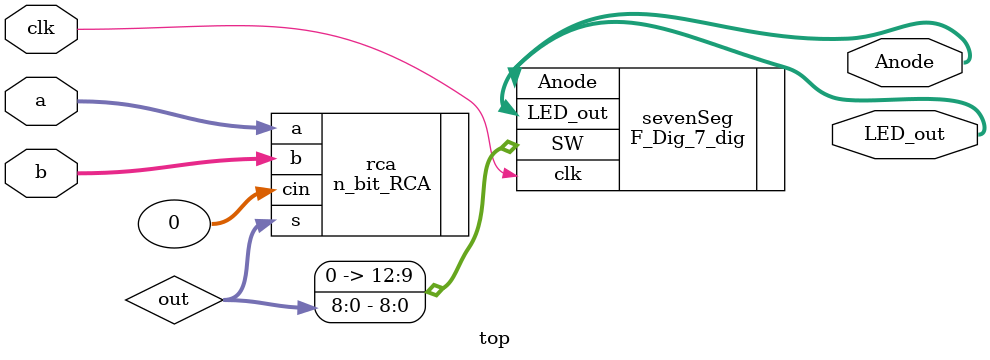
<source format=v>
`timescale 1ns / 1ps


module top(
        input clk,
        input [7:0]a,
        input [7:0]b, 
        output  [3:0] Anode,
        output  [6:0] LED_out
        );
    wire[8:0] out;
    n_bit_RCA rca(.a(a), .b(b),.cin(0), .s(out));
    F_Dig_7_dig sevenSeg(.clk(clk), .SW({4'b0000,out}), .Anode(Anode), .LED_out(LED_out));  
    
    
    
endmodule

</source>
